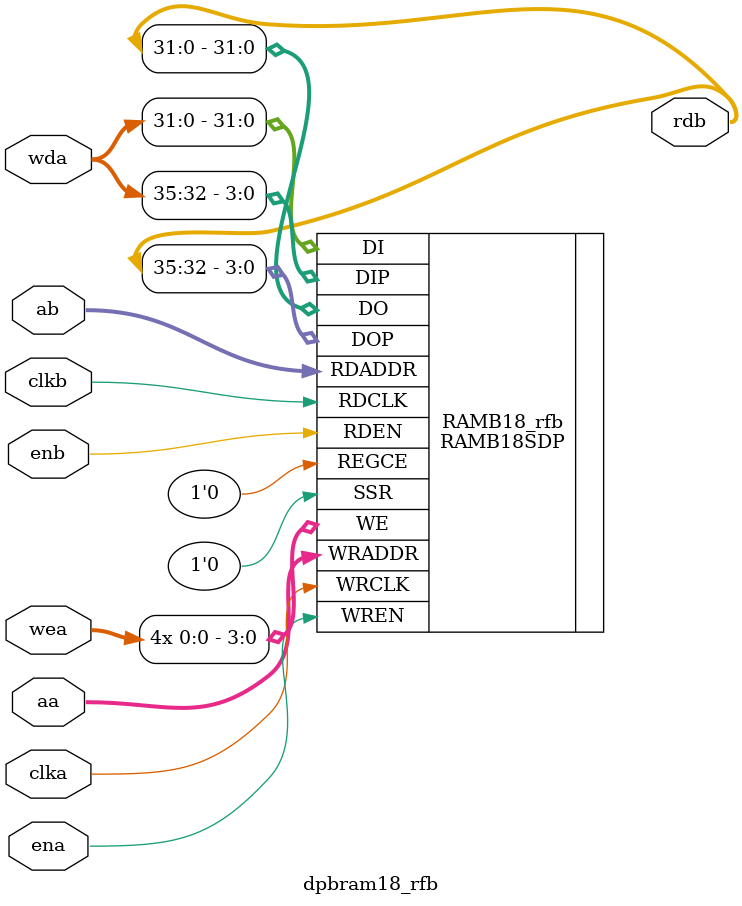
<source format=v>

`timescale 1ns / 1ps



// A 1K x 36 dual-ported block ram.  This is a wrapper around RAMB36

module dpbram36_im(wda, rda, aa, wea, ena, clka, wdb, rdb, ab, web, enb, clkb);
//port A
  input [35:0] wda;  //write data, port A
  output [35:00] rda; //read data, port A
  input [9:0] aa; //address, port A
  input wea; //write enable, port A
  input ena; //port A enable
  input clka; //clock, port A
//port B
  input [35:0] wdb;  //write data, port B
  output [35:00] rdb; //read data, port B
  input [9:0] ab;  //address, port B
  input web; //write enable, port B
  input enb; //port B enable
  input clkb; //clock, port B


RAMB36 #(
.DOA_REG(0), // Optional output registers on A port (0 or 1)
.DOB_REG(0), // Optional output registers on B port (0 or 1)
.INIT_A(36'h000000000), // Initial values on A output port
.INIT_B(36'h000000000), // Initial values on B output port
.RAM_EXTENSION_A("NONE"), // "UPPER", "LOWER" or "NONE" when cascaded
.RAM_EXTENSION_B("NONE"), // "UPPER", "LOWER" or "NONE" when cascaded
.READ_WIDTH_A(36), // Valid values are 1, 2, 4, 9, 18, or 36
.READ_WIDTH_B(36), // Valid values are 1, 2, 4, 9, 18, or 36
.SIM_COLLISION_CHECK("ALL"), // Collision check enable "ALL", "WARNING_ONLY",
// "GENERATE_X_ONLY" or "NONE"
.SRVAL_A(36'h000000000), // Set/Reset value for A port output
.SRVAL_B(36'h000000000), // Set/Reset value for B port output
.WRITE_MODE_A("WRITE_FIRST"), // "WRITE_FIRST", "READ_FIRST", or "NO_CHANGE"
.WRITE_MODE_B("WRITE_FIRST"), // "WRITE_FIRST", "READ_FIRST", or "NO_CHANGE"
.WRITE_WIDTH_A(36), // Valid values are 1, 2, 4, 9, 18, or 36
.WRITE_WIDTH_B(36) // Valid values are 1, 2, 4, 9, 18, or 36
) RAMB36_im (
.CASCADEOUTLATA(), // 1-bit cascade A latch output
.CASCADEOUTLATB(), // 1-bit cascade B latch output
.CASCADEOUTREGA(), // 1-bit cascade A register output
.CASCADEOUTREGB(), // 1-bit cascade B register output
.DOA(rda[31:00]), // 32-bit A port data output
.DOB(rdb[31:00]), // 32-bit B port data output
.DOPA(rda[35:32]), // 4-bit A port parity data output
.DOPB(rdb[35:32]), // 4-bit B port parity data output
.ADDRA({1'b0, aa, 5'b00000}), // 16-bit A port address input
.ADDRB({1'b0, ab, 5'b00000}), // 16-bit B port address input
.CASCADEINLATA(), // 1-bit cascade A latch input
.CASCADEINLATB(), // 1-bit cascade B latch input
.CASCADEINREGA(), // 1-bit cascade A register input
.CASCADEINREGB(), // 1-bit cascade B register input
.CLKA(clka), // 1-bit A port clock input
.CLKB(clkb), // 1-bit B port clock input
.DIA(wda[31:00]), // 32-bit A port data input
.DIB(wdb[31:00]), // 32-bit B port data input
.DIPA(wda[35:32]), // 4-bit A port parity data input
.DIPB(wdb[35:32]), // 4-bit B port parity data input
.ENA(ena), // 1-bit A port enable input
.ENB(enb), // 1-bit B port enable input
.REGCEA(1'b0), // 1-bit A port register enable input (registers not used)
.REGCEB(1'b0), // 1-bit B port register enable input
.SSRA(1'b0), // 1-bit A port set/reset input
.SSRB(1'b0), // 1-bit B port set/reset input
.WEA({wea, wea, wea, wea}), // 4-bit A port write enable input
.WEB({web, web, web, web}) // 4-bit B port write enable input
);

`include "../im_mem.v"
endmodule

module dpbram18_rfa(wda, aa, wea, ena, clka, rdb, ab,  enb, clkb);
//port A
  input [35:0] wda;  //write data, port A
//  output [35:00] rda; //read data, port A
  input [8:0] aa; //address, port A
  input wea; //write enable, port A
  input ena; //port A enable
  input clka; //clock, port A
//port B
//  input [35:0] wdb;  //write data, port B
  output [35:00] rdb; //read data, port B
  input [8:0] ab;  //address, port B
//  input web; //write enable, port B
  input enb; //port B enable
  input clkb; //clock, port B


RAMB18SDP #(
.DO_REG(0) // Optional output registers on the output port (0 or 1)
) RAMB18_rfa (
.DO(rdb[31:00]), // 32-bit B port data output
.DOP(rdb[35:32]), // 4-bit B port parity data output
.WRADDR(aa), // 16-bit A port address input
.RDADDR(ab), // 16-bit B port address input
.WRCLK(clka), // 1-bit A port clock input
.RDCLK(clkb), // 1-bit B port clock input
.DI(wda[31:00]), // 32-bit A port data input
.DIP(wda[35:32]), // 4-bit A port parity data input
.WREN(ena), // 1-bit A port enable input
.RDEN(enb), // 1-bit B port enable input
.REGCE(1'b0), // 1-bit B port register enable input
.SSR(1'b0), // 1-bit B port set/reset input
.WE({wea, wea, wea, wea}) // 4-bit A port write enable input
);

`include "../rfa_mem.v"
endmodule


module dpbram18_rfb(wda, aa, wea, ena, clka, rdb, ab,  enb, clkb);
//port A
  input [35:0] wda;  //write data, port A
//  output [35:00] rda; //read data, port A
  input [8:0] aa; //address, port A
  input wea; //write enable, port A
  input ena; //port A enable
  input clka; //clock, port A
//port B
//  input [35:0] wdb;  //write data, port B
  output [35:00] rdb; //read data, port B
  input [8:0] ab;  //address, port B
//  input web; //write enable, port B
  input enb; //port B enable
  input clkb; //clock, port B


RAMB18SDP #(
.DO_REG(0) // Optional output registers on the output port (0 or 1)
) RAMB18_rfb (
.DO(rdb[31:00]), // 32-bit B port data output
.DOP(rdb[35:32]), // 4-bit B port parity data output
.WRADDR(aa), // 16-bit A port address input
.RDADDR(ab), // 16-bit B port address input
.WRCLK(clka), // 1-bit A port clock input
.RDCLK(clkb), // 1-bit B port clock input
.DI(wda[31:00]), // 32-bit A port data input
.DIP(wda[35:32]), // 4-bit A port parity data input
.WREN(ena), // 1-bit A port enable input
.RDEN(enb), // 1-bit B port enable input
.REGCE(1'b0), // 1-bit B port register enable input
.SSR(1'b0), // 1-bit B port set/reset input
.WE({wea, wea, wea, wea}) // 4-bit A port write enable input
);

`include "../rfb_mem.v"
endmodule
</source>
